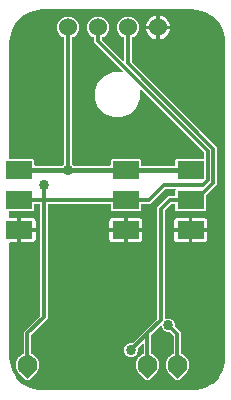
<source format=gbr>
G04 EAGLE Gerber RS-274X export*
G75*
%MOMM*%
%FSLAX34Y34*%
%LPD*%
%INTop Copper*%
%IPPOS*%
%AMOC8*
5,1,8,0,0,1.08239X$1,22.5*%
G01*
%ADD10R,2.286000X1.524000*%
%ADD11R,0.508000X0.508000*%
%ADD12C,1.524000*%
%ADD13C,0.855600*%
%ADD14C,0.406400*%
%ADD15C,0.304800*%

G36*
X158769Y3814D02*
X158769Y3814D01*
X158800Y3812D01*
X162347Y4045D01*
X162370Y4050D01*
X162494Y4069D01*
X169348Y5905D01*
X169362Y5912D01*
X169378Y5914D01*
X169531Y5982D01*
X175676Y9529D01*
X175688Y9539D01*
X175702Y9545D01*
X175833Y9650D01*
X180850Y14667D01*
X180859Y14680D01*
X180872Y14689D01*
X180950Y14795D01*
X180955Y14801D01*
X180958Y14806D01*
X180971Y14824D01*
X184518Y20969D01*
X184524Y20984D01*
X184534Y20996D01*
X184595Y21152D01*
X186431Y28006D01*
X186433Y28029D01*
X186455Y28153D01*
X186688Y31700D01*
X186686Y31719D01*
X186689Y31750D01*
X186689Y298450D01*
X186686Y298469D01*
X186688Y298500D01*
X186455Y302047D01*
X186450Y302070D01*
X186431Y302194D01*
X184595Y309048D01*
X184588Y309062D01*
X184586Y309078D01*
X184518Y309231D01*
X180971Y315376D01*
X180961Y315388D01*
X180955Y315402D01*
X180850Y315533D01*
X175833Y320550D01*
X175820Y320559D01*
X175811Y320572D01*
X175676Y320671D01*
X169531Y324218D01*
X169516Y324224D01*
X169504Y324234D01*
X169348Y324295D01*
X162494Y326131D01*
X162471Y326133D01*
X162347Y326155D01*
X158800Y326388D01*
X158781Y326386D01*
X158750Y326389D01*
X31750Y326389D01*
X31731Y326386D01*
X31700Y326388D01*
X28153Y326155D01*
X28130Y326150D01*
X28006Y326131D01*
X21152Y324295D01*
X21138Y324288D01*
X21122Y324286D01*
X20969Y324218D01*
X14824Y320671D01*
X14812Y320661D01*
X14798Y320655D01*
X14667Y320550D01*
X9650Y315533D01*
X9641Y315520D01*
X9628Y315511D01*
X9529Y315376D01*
X5982Y309231D01*
X5976Y309217D01*
X5966Y309204D01*
X5913Y309068D01*
X5908Y309056D01*
X5907Y309052D01*
X5905Y309048D01*
X4069Y302194D01*
X4067Y302171D01*
X4045Y302047D01*
X3812Y298500D01*
X3814Y298481D01*
X3811Y298450D01*
X3811Y200406D01*
X3814Y200386D01*
X3812Y200367D01*
X3834Y200265D01*
X3850Y200163D01*
X3860Y200146D01*
X3864Y200126D01*
X3917Y200037D01*
X3966Y199946D01*
X3980Y199932D01*
X3990Y199915D01*
X4069Y199848D01*
X4144Y199776D01*
X4162Y199768D01*
X4177Y199755D01*
X4273Y199716D01*
X4367Y199673D01*
X4387Y199671D01*
X4405Y199663D01*
X4572Y199645D01*
X24000Y199645D01*
X24893Y198752D01*
X24893Y194818D01*
X24896Y194798D01*
X24894Y194779D01*
X24916Y194677D01*
X24932Y194575D01*
X24942Y194558D01*
X24946Y194538D01*
X24999Y194449D01*
X25048Y194358D01*
X25062Y194344D01*
X25072Y194327D01*
X25151Y194260D01*
X25226Y194188D01*
X25244Y194180D01*
X25259Y194167D01*
X25355Y194128D01*
X25449Y194085D01*
X25469Y194083D01*
X25487Y194075D01*
X25654Y194057D01*
X48375Y194057D01*
X48465Y194071D01*
X48556Y194079D01*
X48586Y194091D01*
X48618Y194096D01*
X48699Y194139D01*
X48782Y194175D01*
X48815Y194201D01*
X48835Y194212D01*
X48857Y194235D01*
X48913Y194280D01*
X50068Y195435D01*
X50121Y195509D01*
X50181Y195578D01*
X50193Y195608D01*
X50212Y195634D01*
X50239Y195721D01*
X50273Y195806D01*
X50277Y195847D01*
X50284Y195869D01*
X50283Y195902D01*
X50291Y195973D01*
X50291Y302006D01*
X50272Y302121D01*
X50255Y302237D01*
X50253Y302243D01*
X50252Y302249D01*
X50197Y302351D01*
X50144Y302456D01*
X50139Y302461D01*
X50136Y302466D01*
X50052Y302546D01*
X49968Y302628D01*
X49962Y302632D01*
X49958Y302635D01*
X49941Y302643D01*
X49821Y302709D01*
X48160Y303397D01*
X45587Y305970D01*
X44195Y309331D01*
X44195Y312969D01*
X45587Y316330D01*
X48160Y318903D01*
X51521Y320295D01*
X55159Y320295D01*
X58520Y318903D01*
X61093Y316330D01*
X62485Y312969D01*
X62485Y309331D01*
X61093Y305970D01*
X58520Y303397D01*
X56859Y302709D01*
X56759Y302648D01*
X56659Y302588D01*
X56655Y302583D01*
X56650Y302580D01*
X56575Y302490D01*
X56499Y302401D01*
X56497Y302395D01*
X56493Y302390D01*
X56451Y302282D01*
X56407Y302173D01*
X56406Y302165D01*
X56405Y302161D01*
X56404Y302142D01*
X56389Y302006D01*
X56389Y195973D01*
X56403Y195883D01*
X56411Y195792D01*
X56423Y195762D01*
X56428Y195730D01*
X56471Y195649D01*
X56507Y195566D01*
X56533Y195533D01*
X56544Y195513D01*
X56567Y195491D01*
X56612Y195435D01*
X57767Y194280D01*
X57841Y194227D01*
X57910Y194167D01*
X57940Y194155D01*
X57966Y194136D01*
X58053Y194109D01*
X58138Y194075D01*
X58179Y194071D01*
X58201Y194064D01*
X58234Y194065D01*
X58305Y194057D01*
X88646Y194057D01*
X88666Y194060D01*
X88685Y194058D01*
X88787Y194080D01*
X88889Y194096D01*
X88906Y194106D01*
X88926Y194110D01*
X89015Y194163D01*
X89106Y194212D01*
X89120Y194226D01*
X89137Y194236D01*
X89204Y194315D01*
X89276Y194390D01*
X89284Y194408D01*
X89297Y194423D01*
X89336Y194519D01*
X89379Y194613D01*
X89381Y194633D01*
X89389Y194651D01*
X89407Y194818D01*
X89407Y198752D01*
X90300Y199645D01*
X114424Y199645D01*
X115317Y198752D01*
X115317Y194818D01*
X115320Y194798D01*
X115318Y194779D01*
X115340Y194677D01*
X115356Y194575D01*
X115366Y194558D01*
X115370Y194538D01*
X115423Y194449D01*
X115472Y194358D01*
X115486Y194344D01*
X115496Y194327D01*
X115575Y194260D01*
X115650Y194188D01*
X115668Y194180D01*
X115683Y194167D01*
X115779Y194128D01*
X115873Y194085D01*
X115893Y194083D01*
X115911Y194075D01*
X116078Y194057D01*
X143510Y194057D01*
X143530Y194060D01*
X143549Y194058D01*
X143651Y194080D01*
X143753Y194096D01*
X143770Y194106D01*
X143790Y194110D01*
X143879Y194163D01*
X143970Y194212D01*
X143984Y194226D01*
X144001Y194236D01*
X144068Y194315D01*
X144140Y194390D01*
X144148Y194408D01*
X144161Y194423D01*
X144200Y194519D01*
X144243Y194613D01*
X144245Y194633D01*
X144253Y194651D01*
X144271Y194818D01*
X144271Y198752D01*
X145164Y199645D01*
X167894Y199645D01*
X167914Y199648D01*
X167933Y199646D01*
X168035Y199668D01*
X168137Y199684D01*
X168154Y199694D01*
X168174Y199698D01*
X168263Y199751D01*
X168354Y199800D01*
X168368Y199814D01*
X168385Y199824D01*
X168452Y199903D01*
X168524Y199978D01*
X168532Y199996D01*
X168545Y200011D01*
X168584Y200107D01*
X168627Y200201D01*
X168629Y200221D01*
X168637Y200239D01*
X168655Y200406D01*
X168655Y205064D01*
X168641Y205154D01*
X168633Y205245D01*
X168621Y205275D01*
X168616Y205307D01*
X168573Y205387D01*
X168537Y205471D01*
X168511Y205503D01*
X168500Y205524D01*
X168477Y205546D01*
X168432Y205602D01*
X115600Y258434D01*
X115542Y258476D01*
X115490Y258525D01*
X115443Y258547D01*
X115401Y258578D01*
X115332Y258599D01*
X115267Y258629D01*
X115215Y258635D01*
X115165Y258650D01*
X115094Y258648D01*
X115023Y258656D01*
X114972Y258645D01*
X114920Y258644D01*
X114852Y258619D01*
X114782Y258604D01*
X114737Y258577D01*
X114689Y258559D01*
X114633Y258514D01*
X114571Y258478D01*
X114537Y258438D01*
X114497Y258406D01*
X114458Y258345D01*
X114411Y258291D01*
X114392Y258242D01*
X114364Y258199D01*
X114346Y258129D01*
X114319Y258063D01*
X114311Y257991D01*
X114303Y257960D01*
X114305Y257937D01*
X114301Y257896D01*
X114301Y250211D01*
X111400Y243209D01*
X106041Y237850D01*
X99039Y234949D01*
X91461Y234949D01*
X84459Y237850D01*
X79100Y243209D01*
X76199Y250211D01*
X76199Y257789D01*
X79100Y264791D01*
X84459Y270150D01*
X91461Y273051D01*
X99146Y273051D01*
X99217Y273062D01*
X99288Y273064D01*
X99337Y273082D01*
X99389Y273090D01*
X99452Y273124D01*
X99519Y273149D01*
X99560Y273181D01*
X99606Y273206D01*
X99655Y273258D01*
X99711Y273302D01*
X99740Y273346D01*
X99775Y273384D01*
X99806Y273449D01*
X99844Y273509D01*
X99857Y273560D01*
X99879Y273607D01*
X99887Y273678D01*
X99904Y273748D01*
X99900Y273800D01*
X99906Y273851D01*
X99891Y273922D01*
X99885Y273993D01*
X99865Y274041D01*
X99854Y274092D01*
X99817Y274153D01*
X99789Y274219D01*
X99744Y274275D01*
X99728Y274303D01*
X99710Y274318D01*
X99684Y274350D01*
X75691Y298343D01*
X75691Y302006D01*
X75672Y302121D01*
X75655Y302237D01*
X75653Y302243D01*
X75652Y302249D01*
X75597Y302351D01*
X75544Y302456D01*
X75539Y302461D01*
X75536Y302466D01*
X75452Y302546D01*
X75368Y302628D01*
X75362Y302632D01*
X75358Y302636D01*
X75341Y302643D01*
X75221Y302709D01*
X73560Y303397D01*
X70987Y305970D01*
X69595Y309331D01*
X69595Y312969D01*
X70987Y316330D01*
X73560Y318903D01*
X76921Y320295D01*
X80559Y320295D01*
X83920Y318903D01*
X86493Y316330D01*
X87885Y312969D01*
X87885Y309331D01*
X86493Y305970D01*
X83920Y303397D01*
X82259Y302709D01*
X82159Y302647D01*
X82059Y302588D01*
X82055Y302583D01*
X82050Y302580D01*
X81975Y302489D01*
X81899Y302401D01*
X81897Y302395D01*
X81893Y302390D01*
X81851Y302281D01*
X81807Y302173D01*
X81806Y302165D01*
X81805Y302161D01*
X81804Y302142D01*
X81789Y302006D01*
X81789Y301184D01*
X81803Y301094D01*
X81811Y301003D01*
X81823Y300973D01*
X81828Y300941D01*
X81871Y300861D01*
X81907Y300777D01*
X81933Y300745D01*
X81944Y300724D01*
X81967Y300702D01*
X82012Y300646D01*
X99792Y282866D01*
X99850Y282824D01*
X99902Y282775D01*
X99949Y282753D01*
X99991Y282722D01*
X100060Y282701D01*
X100125Y282671D01*
X100177Y282665D01*
X100227Y282650D01*
X100298Y282652D01*
X100369Y282644D01*
X100420Y282655D01*
X100472Y282656D01*
X100540Y282681D01*
X100610Y282696D01*
X100655Y282723D01*
X100703Y282741D01*
X100759Y282786D01*
X100821Y282822D01*
X100855Y282862D01*
X100895Y282895D01*
X100934Y282955D01*
X100981Y283009D01*
X101000Y283058D01*
X101028Y283101D01*
X101046Y283171D01*
X101073Y283237D01*
X101081Y283309D01*
X101089Y283340D01*
X101087Y283363D01*
X101091Y283404D01*
X101091Y302006D01*
X101072Y302121D01*
X101055Y302237D01*
X101053Y302243D01*
X101052Y302249D01*
X100997Y302351D01*
X100944Y302456D01*
X100939Y302461D01*
X100936Y302466D01*
X100852Y302546D01*
X100768Y302628D01*
X100762Y302632D01*
X100758Y302636D01*
X100741Y302643D01*
X100621Y302709D01*
X98960Y303397D01*
X96387Y305970D01*
X94995Y309331D01*
X94995Y312969D01*
X96387Y316330D01*
X98960Y318903D01*
X102321Y320295D01*
X105959Y320295D01*
X109320Y318903D01*
X111893Y316330D01*
X113285Y312969D01*
X113285Y309331D01*
X111893Y305970D01*
X109320Y303397D01*
X107659Y302709D01*
X107559Y302647D01*
X107459Y302588D01*
X107455Y302583D01*
X107450Y302580D01*
X107375Y302489D01*
X107299Y302401D01*
X107297Y302395D01*
X107293Y302390D01*
X107251Y302281D01*
X107207Y302173D01*
X107206Y302165D01*
X107205Y302161D01*
X107204Y302142D01*
X107189Y302006D01*
X107189Y282250D01*
X107203Y282160D01*
X107211Y282069D01*
X107223Y282039D01*
X107228Y282007D01*
X107271Y281927D01*
X107307Y281843D01*
X107333Y281811D01*
X107344Y281790D01*
X107367Y281768D01*
X107412Y281712D01*
X179325Y209799D01*
X179325Y178461D01*
X170404Y169540D01*
X170362Y169482D01*
X170313Y169430D01*
X170305Y169412D01*
X170291Y169396D01*
X170279Y169366D01*
X170260Y169340D01*
X170239Y169270D01*
X170209Y169207D01*
X170207Y169188D01*
X170199Y169168D01*
X170195Y169127D01*
X170188Y169105D01*
X170189Y169073D01*
X170181Y169002D01*
X170181Y156848D01*
X169288Y155955D01*
X145164Y155955D01*
X144271Y156848D01*
X144271Y161290D01*
X144268Y161310D01*
X144270Y161329D01*
X144248Y161431D01*
X144232Y161533D01*
X144222Y161550D01*
X144218Y161570D01*
X144165Y161659D01*
X144116Y161750D01*
X144102Y161764D01*
X144092Y161781D01*
X144013Y161848D01*
X143938Y161920D01*
X143920Y161928D01*
X143905Y161941D01*
X143809Y161980D01*
X143715Y162023D01*
X143695Y162025D01*
X143677Y162033D01*
X143510Y162051D01*
X141278Y162051D01*
X141188Y162037D01*
X141097Y162029D01*
X141067Y162017D01*
X141035Y162012D01*
X140955Y161969D01*
X140871Y161933D01*
X140839Y161907D01*
X140818Y161896D01*
X140796Y161873D01*
X140740Y161828D01*
X135352Y156440D01*
X135299Y156366D01*
X135239Y156297D01*
X135227Y156267D01*
X135208Y156240D01*
X135181Y156153D01*
X135147Y156069D01*
X135143Y156028D01*
X135136Y156005D01*
X135137Y155973D01*
X135129Y155902D01*
X135129Y64981D01*
X135136Y64935D01*
X135134Y64890D01*
X135156Y64815D01*
X135168Y64738D01*
X135190Y64697D01*
X135203Y64653D01*
X135247Y64589D01*
X135284Y64521D01*
X135317Y64489D01*
X135343Y64451D01*
X135405Y64405D01*
X135462Y64351D01*
X135504Y64332D01*
X135540Y64304D01*
X135614Y64280D01*
X135685Y64248D01*
X135731Y64242D01*
X135774Y64228D01*
X135852Y64229D01*
X135929Y64220D01*
X135974Y64230D01*
X136020Y64231D01*
X136152Y64269D01*
X136170Y64273D01*
X136174Y64275D01*
X136181Y64277D01*
X137276Y64731D01*
X139584Y64731D01*
X141717Y63847D01*
X143349Y62215D01*
X144233Y60082D01*
X144233Y57752D01*
X144247Y57662D01*
X144255Y57571D01*
X144267Y57541D01*
X144272Y57509D01*
X144315Y57429D01*
X144351Y57345D01*
X144377Y57313D01*
X144388Y57292D01*
X144411Y57270D01*
X144456Y57214D01*
X149099Y52571D01*
X149099Y35375D01*
X149112Y35296D01*
X149115Y35216D01*
X149131Y35175D01*
X149138Y35132D01*
X149176Y35061D01*
X149205Y34987D01*
X149233Y34953D01*
X149254Y34915D01*
X149311Y34860D01*
X149363Y34798D01*
X149411Y34765D01*
X149432Y34745D01*
X149457Y34733D01*
X149501Y34703D01*
X149779Y34555D01*
X149802Y34547D01*
X149917Y34498D01*
X150584Y34295D01*
X150587Y34291D01*
X150592Y34288D01*
X150596Y34283D01*
X150692Y34218D01*
X150788Y34151D01*
X150794Y34149D01*
X150799Y34146D01*
X150913Y34114D01*
X150950Y34103D01*
X151502Y33650D01*
X151523Y33638D01*
X151560Y33613D01*
X151563Y33610D01*
X151566Y33609D01*
X151626Y33567D01*
X152241Y33239D01*
X152243Y33235D01*
X152247Y33230D01*
X152250Y33225D01*
X152332Y33142D01*
X152413Y33057D01*
X152419Y33054D01*
X152423Y33050D01*
X152528Y32997D01*
X152562Y32979D01*
X153015Y32427D01*
X153033Y32412D01*
X153121Y32322D01*
X153659Y31880D01*
X153661Y31875D01*
X153664Y31870D01*
X153666Y31864D01*
X153730Y31767D01*
X153793Y31668D01*
X153798Y31664D01*
X153801Y31659D01*
X153893Y31587D01*
X153924Y31562D01*
X154261Y30933D01*
X154276Y30914D01*
X154344Y30809D01*
X154786Y30270D01*
X154786Y30265D01*
X154788Y30259D01*
X154789Y30253D01*
X154833Y30145D01*
X154876Y30036D01*
X154880Y30031D01*
X154882Y30026D01*
X154958Y29938D01*
X154984Y29907D01*
X155191Y29224D01*
X155202Y29202D01*
X155248Y29086D01*
X155577Y28471D01*
X155576Y28466D01*
X155577Y28460D01*
X155576Y28454D01*
X155598Y28340D01*
X155619Y28224D01*
X155622Y28219D01*
X155623Y28213D01*
X155681Y28111D01*
X155700Y28077D01*
X155770Y27366D01*
X155776Y27343D01*
X155799Y27220D01*
X156001Y26553D01*
X156000Y26548D01*
X156000Y26542D01*
X155998Y26536D01*
X155997Y26420D01*
X155995Y26302D01*
X155997Y26296D01*
X155997Y26290D01*
X156033Y26179D01*
X156045Y26142D01*
X155975Y25431D01*
X155977Y25407D01*
X155975Y25282D01*
X156043Y24588D01*
X156041Y24584D01*
X156040Y24578D01*
X156037Y24573D01*
X156013Y24458D01*
X155988Y24344D01*
X155989Y24338D01*
X155988Y24332D01*
X156002Y24215D01*
X156006Y24177D01*
X155799Y23493D01*
X155796Y23470D01*
X155770Y23347D01*
X155702Y22654D01*
X155698Y22650D01*
X155696Y22645D01*
X155692Y22640D01*
X155646Y22531D01*
X155600Y22425D01*
X155599Y22419D01*
X155597Y22413D01*
X155588Y22296D01*
X155585Y22257D01*
X155248Y21627D01*
X155241Y21605D01*
X155191Y21489D01*
X154989Y20823D01*
X154985Y20820D01*
X154981Y20815D01*
X154977Y20811D01*
X154912Y20715D01*
X154844Y20618D01*
X154842Y20612D01*
X154839Y20607D01*
X154808Y20494D01*
X154797Y20456D01*
X154344Y19904D01*
X154332Y19884D01*
X154261Y19780D01*
X153942Y19183D01*
X153891Y19161D01*
X153871Y19145D01*
X153857Y19138D01*
X153834Y19115D01*
X153760Y19056D01*
X153161Y18457D01*
X153146Y18436D01*
X153111Y18402D01*
X152580Y17755D01*
X152577Y17754D01*
X152510Y17736D01*
X152465Y17706D01*
X152415Y17685D01*
X152330Y17617D01*
X152305Y17600D01*
X152298Y17591D01*
X152284Y17580D01*
X148560Y13856D01*
X146997Y12293D01*
X145103Y12293D01*
X139816Y17580D01*
X139772Y17612D01*
X139734Y17651D01*
X139673Y17683D01*
X139616Y17724D01*
X139565Y17740D01*
X139516Y17765D01*
X139511Y17766D01*
X138989Y18402D01*
X138969Y18419D01*
X138939Y18457D01*
X138340Y19056D01*
X138257Y19116D01*
X138177Y19181D01*
X138155Y19190D01*
X137839Y19780D01*
X137824Y19799D01*
X137756Y19904D01*
X137314Y20443D01*
X137314Y20448D01*
X137312Y20454D01*
X137311Y20460D01*
X137267Y20568D01*
X137224Y20677D01*
X137220Y20682D01*
X137218Y20687D01*
X137142Y20776D01*
X137116Y20806D01*
X136909Y21489D01*
X136898Y21511D01*
X136852Y21627D01*
X136523Y22242D01*
X136524Y22246D01*
X136523Y22253D01*
X136524Y22259D01*
X136501Y22373D01*
X136481Y22489D01*
X136478Y22494D01*
X136477Y22500D01*
X136419Y22602D01*
X136400Y22636D01*
X136330Y23347D01*
X136324Y23370D01*
X136301Y23493D01*
X136099Y24160D01*
X136100Y24165D01*
X136101Y24171D01*
X136102Y24177D01*
X136103Y24294D01*
X136105Y24411D01*
X136104Y24416D01*
X136104Y24423D01*
X136067Y24534D01*
X136055Y24571D01*
X136125Y25282D01*
X136123Y25306D01*
X136125Y25431D01*
X136057Y26124D01*
X136059Y26129D01*
X136060Y26135D01*
X136063Y26140D01*
X136087Y26254D01*
X136112Y26369D01*
X136111Y26375D01*
X136112Y26381D01*
X136098Y26497D01*
X136094Y26536D01*
X136301Y27220D01*
X136304Y27243D01*
X136330Y27366D01*
X136398Y28059D01*
X136402Y28063D01*
X136404Y28069D01*
X136408Y28073D01*
X136454Y28182D01*
X136500Y28288D01*
X136501Y28294D01*
X136503Y28300D01*
X136512Y28416D01*
X136515Y28456D01*
X136852Y29086D01*
X136859Y29108D01*
X136909Y29224D01*
X137111Y29890D01*
X137115Y29893D01*
X137119Y29898D01*
X137123Y29902D01*
X137189Y29999D01*
X137256Y30095D01*
X137258Y30101D01*
X137261Y30106D01*
X137292Y30218D01*
X137303Y30257D01*
X137756Y30809D01*
X137768Y30829D01*
X137839Y30933D01*
X138167Y31547D01*
X138172Y31549D01*
X138176Y31553D01*
X138182Y31556D01*
X138265Y31638D01*
X138349Y31720D01*
X138352Y31725D01*
X138356Y31729D01*
X138409Y31834D01*
X138427Y31869D01*
X138979Y32322D01*
X138995Y32340D01*
X139085Y32427D01*
X139527Y32966D01*
X139531Y32967D01*
X139537Y32970D01*
X139542Y32972D01*
X139639Y33036D01*
X139739Y33100D01*
X139742Y33104D01*
X139748Y33108D01*
X139819Y33200D01*
X139844Y33231D01*
X140474Y33567D01*
X140493Y33582D01*
X140598Y33650D01*
X141137Y34092D01*
X141141Y34093D01*
X141147Y34095D01*
X141153Y34095D01*
X141261Y34140D01*
X141370Y34182D01*
X141375Y34186D01*
X141381Y34188D01*
X141469Y34264D01*
X141500Y34290D01*
X142183Y34498D01*
X142204Y34508D01*
X142321Y34555D01*
X142599Y34703D01*
X142662Y34752D01*
X142731Y34793D01*
X142759Y34826D01*
X142794Y34853D01*
X142839Y34919D01*
X142891Y34980D01*
X142907Y35021D01*
X142932Y35057D01*
X142953Y35134D01*
X142983Y35208D01*
X142989Y35266D01*
X142997Y35294D01*
X142995Y35322D01*
X143001Y35375D01*
X143001Y49730D01*
X142987Y49820D01*
X142979Y49911D01*
X142967Y49941D01*
X142962Y49973D01*
X142919Y50053D01*
X142883Y50137D01*
X142857Y50169D01*
X142846Y50190D01*
X142823Y50212D01*
X142778Y50268D01*
X140144Y52902D01*
X140070Y52955D01*
X140001Y53015D01*
X139971Y53027D01*
X139944Y53046D01*
X139857Y53073D01*
X139773Y53107D01*
X139732Y53111D01*
X139709Y53118D01*
X139677Y53117D01*
X139606Y53125D01*
X137276Y53125D01*
X135143Y54009D01*
X133511Y55641D01*
X132627Y57774D01*
X132627Y57898D01*
X132616Y57969D01*
X132614Y58040D01*
X132596Y58089D01*
X132588Y58141D01*
X132554Y58204D01*
X132529Y58271D01*
X132497Y58312D01*
X132472Y58358D01*
X132420Y58407D01*
X132376Y58463D01*
X132332Y58492D01*
X132294Y58527D01*
X132229Y58558D01*
X132169Y58596D01*
X132118Y58609D01*
X132071Y58631D01*
X132000Y58639D01*
X131930Y58656D01*
X131878Y58652D01*
X131827Y58658D01*
X131756Y58643D01*
X131685Y58637D01*
X131637Y58617D01*
X131586Y58606D01*
X131525Y58569D01*
X131459Y58541D01*
X131403Y58496D01*
X131375Y58480D01*
X131360Y58462D01*
X131328Y58436D01*
X123922Y51030D01*
X123869Y50956D01*
X123809Y50887D01*
X123797Y50857D01*
X123778Y50830D01*
X123751Y50743D01*
X123717Y50659D01*
X123713Y50618D01*
X123706Y50595D01*
X123707Y50563D01*
X123699Y50492D01*
X123699Y35375D01*
X123712Y35296D01*
X123715Y35216D01*
X123731Y35175D01*
X123738Y35132D01*
X123776Y35061D01*
X123805Y34987D01*
X123833Y34953D01*
X123854Y34915D01*
X123911Y34860D01*
X123963Y34798D01*
X124011Y34765D01*
X124032Y34745D01*
X124057Y34733D01*
X124101Y34703D01*
X124379Y34555D01*
X124402Y34547D01*
X124517Y34498D01*
X125184Y34295D01*
X125187Y34291D01*
X125192Y34288D01*
X125196Y34283D01*
X125292Y34218D01*
X125388Y34151D01*
X125394Y34149D01*
X125399Y34146D01*
X125513Y34114D01*
X125550Y34103D01*
X126102Y33650D01*
X126123Y33638D01*
X126160Y33613D01*
X126163Y33610D01*
X126166Y33609D01*
X126226Y33567D01*
X126841Y33239D01*
X126843Y33235D01*
X126847Y33230D01*
X126850Y33225D01*
X126932Y33141D01*
X127013Y33057D01*
X127019Y33054D01*
X127023Y33050D01*
X127127Y32998D01*
X127162Y32979D01*
X127615Y32427D01*
X127633Y32412D01*
X127721Y32322D01*
X128259Y31880D01*
X128261Y31875D01*
X128264Y31870D01*
X128266Y31864D01*
X128330Y31767D01*
X128393Y31668D01*
X128398Y31664D01*
X128401Y31659D01*
X128493Y31587D01*
X128524Y31562D01*
X128861Y30933D01*
X128876Y30914D01*
X128944Y30809D01*
X129386Y30270D01*
X129386Y30265D01*
X129388Y30259D01*
X129389Y30253D01*
X129433Y30145D01*
X129476Y30036D01*
X129480Y30031D01*
X129482Y30026D01*
X129558Y29938D01*
X129584Y29907D01*
X129791Y29224D01*
X129802Y29202D01*
X129848Y29086D01*
X130177Y28471D01*
X130176Y28467D01*
X130177Y28460D01*
X130176Y28454D01*
X130198Y28340D01*
X130219Y28224D01*
X130222Y28219D01*
X130223Y28213D01*
X130281Y28112D01*
X130300Y28077D01*
X130370Y27366D01*
X130376Y27343D01*
X130399Y27220D01*
X130601Y26553D01*
X130600Y26548D01*
X130600Y26542D01*
X130598Y26536D01*
X130597Y26420D01*
X130595Y26302D01*
X130597Y26296D01*
X130597Y26290D01*
X130633Y26179D01*
X130645Y26142D01*
X130575Y25431D01*
X130577Y25407D01*
X130575Y25282D01*
X130643Y24588D01*
X130641Y24584D01*
X130640Y24578D01*
X130637Y24573D01*
X130613Y24458D01*
X130588Y24344D01*
X130589Y24338D01*
X130588Y24332D01*
X130602Y24215D01*
X130606Y24177D01*
X130399Y23493D01*
X130396Y23470D01*
X130370Y23347D01*
X130302Y22654D01*
X130298Y22650D01*
X130296Y22645D01*
X130292Y22640D01*
X130246Y22531D01*
X130200Y22425D01*
X130199Y22419D01*
X130197Y22413D01*
X130188Y22296D01*
X130185Y22257D01*
X129848Y21627D01*
X129841Y21605D01*
X129791Y21489D01*
X129589Y20823D01*
X129585Y20820D01*
X129581Y20815D01*
X129577Y20811D01*
X129512Y20715D01*
X129444Y20618D01*
X129442Y20612D01*
X129439Y20607D01*
X129408Y20494D01*
X129397Y20456D01*
X128944Y19904D01*
X128932Y19884D01*
X128861Y19780D01*
X128542Y19183D01*
X128491Y19161D01*
X128471Y19145D01*
X128457Y19138D01*
X128434Y19115D01*
X128360Y19056D01*
X127761Y18457D01*
X127746Y18436D01*
X127711Y18402D01*
X127180Y17755D01*
X127177Y17754D01*
X127110Y17736D01*
X127065Y17706D01*
X127015Y17685D01*
X126930Y17617D01*
X126905Y17600D01*
X126898Y17591D01*
X126884Y17580D01*
X123160Y13856D01*
X122022Y12718D01*
X121597Y12293D01*
X119703Y12293D01*
X114416Y17580D01*
X114372Y17612D01*
X114334Y17651D01*
X114273Y17683D01*
X114216Y17724D01*
X114165Y17740D01*
X114116Y17765D01*
X114111Y17766D01*
X113589Y18402D01*
X113569Y18419D01*
X113539Y18457D01*
X112940Y19056D01*
X112857Y19116D01*
X112777Y19181D01*
X112755Y19190D01*
X112439Y19780D01*
X112424Y19799D01*
X112356Y19904D01*
X111914Y20443D01*
X111914Y20448D01*
X111912Y20454D01*
X111911Y20460D01*
X111867Y20568D01*
X111824Y20677D01*
X111820Y20682D01*
X111818Y20687D01*
X111742Y20776D01*
X111716Y20806D01*
X111509Y21489D01*
X111498Y21511D01*
X111452Y21627D01*
X111123Y22242D01*
X111124Y22246D01*
X111123Y22253D01*
X111124Y22259D01*
X111101Y22373D01*
X111081Y22489D01*
X111078Y22494D01*
X111077Y22500D01*
X111019Y22602D01*
X111000Y22636D01*
X110930Y23347D01*
X110924Y23370D01*
X110901Y23493D01*
X110699Y24160D01*
X110700Y24165D01*
X110701Y24171D01*
X110702Y24177D01*
X110703Y24294D01*
X110705Y24411D01*
X110704Y24416D01*
X110704Y24423D01*
X110667Y24534D01*
X110655Y24571D01*
X110725Y25282D01*
X110723Y25306D01*
X110725Y25431D01*
X110657Y26124D01*
X110659Y26129D01*
X110660Y26135D01*
X110663Y26140D01*
X110687Y26254D01*
X110712Y26369D01*
X110711Y26375D01*
X110712Y26381D01*
X110698Y26497D01*
X110694Y26536D01*
X110901Y27220D01*
X110904Y27243D01*
X110930Y27366D01*
X110998Y28059D01*
X111002Y28063D01*
X111004Y28069D01*
X111008Y28073D01*
X111054Y28182D01*
X111100Y28288D01*
X111101Y28294D01*
X111103Y28300D01*
X111112Y28416D01*
X111115Y28456D01*
X111452Y29086D01*
X111459Y29108D01*
X111509Y29224D01*
X111711Y29890D01*
X111715Y29893D01*
X111719Y29898D01*
X111723Y29902D01*
X111789Y29999D01*
X111856Y30095D01*
X111858Y30101D01*
X111861Y30106D01*
X111892Y30218D01*
X111903Y30257D01*
X112356Y30809D01*
X112368Y30829D01*
X112439Y30933D01*
X112767Y31547D01*
X112772Y31549D01*
X112776Y31553D01*
X112782Y31556D01*
X112865Y31638D01*
X112949Y31720D01*
X112952Y31725D01*
X112956Y31729D01*
X113009Y31834D01*
X113027Y31869D01*
X113579Y32322D01*
X113595Y32340D01*
X113685Y32427D01*
X114127Y32966D01*
X114131Y32967D01*
X114137Y32970D01*
X114142Y32972D01*
X114239Y33036D01*
X114339Y33100D01*
X114342Y33104D01*
X114348Y33108D01*
X114419Y33200D01*
X114444Y33231D01*
X115074Y33567D01*
X115093Y33582D01*
X115198Y33650D01*
X115737Y34092D01*
X115741Y34093D01*
X115747Y34095D01*
X115753Y34095D01*
X115861Y34140D01*
X115970Y34182D01*
X115975Y34186D01*
X115981Y34188D01*
X116069Y34264D01*
X116100Y34290D01*
X116783Y34498D01*
X116804Y34508D01*
X116921Y34555D01*
X117199Y34703D01*
X117262Y34752D01*
X117331Y34793D01*
X117359Y34826D01*
X117394Y34853D01*
X117439Y34919D01*
X117491Y34980D01*
X117507Y35021D01*
X117532Y35057D01*
X117553Y35134D01*
X117583Y35208D01*
X117589Y35266D01*
X117597Y35294D01*
X117595Y35322D01*
X117601Y35375D01*
X117601Y42872D01*
X117590Y42943D01*
X117588Y43014D01*
X117570Y43063D01*
X117562Y43115D01*
X117528Y43178D01*
X117503Y43245D01*
X117471Y43286D01*
X117446Y43332D01*
X117395Y43381D01*
X117350Y43437D01*
X117306Y43466D01*
X117268Y43501D01*
X117203Y43532D01*
X117143Y43570D01*
X117092Y43583D01*
X117045Y43605D01*
X116974Y43613D01*
X116904Y43630D01*
X116852Y43626D01*
X116801Y43632D01*
X116730Y43617D01*
X116659Y43611D01*
X116611Y43591D01*
X116560Y43580D01*
X116499Y43543D01*
X116433Y43515D01*
X116377Y43470D01*
X116349Y43454D01*
X116334Y43436D01*
X116302Y43410D01*
X112706Y39814D01*
X112653Y39740D01*
X112593Y39671D01*
X112581Y39641D01*
X112562Y39614D01*
X112535Y39527D01*
X112501Y39443D01*
X112497Y39402D01*
X112490Y39379D01*
X112491Y39347D01*
X112483Y39276D01*
X112483Y36946D01*
X111599Y34813D01*
X109967Y33181D01*
X107834Y32297D01*
X105526Y32297D01*
X103393Y33181D01*
X101761Y34813D01*
X100877Y36946D01*
X100877Y39254D01*
X101761Y41387D01*
X103393Y43019D01*
X105526Y43903D01*
X107856Y43903D01*
X107946Y43917D01*
X108037Y43925D01*
X108067Y43937D01*
X108099Y43942D01*
X108179Y43985D01*
X108263Y44021D01*
X108295Y44047D01*
X108316Y44058D01*
X108338Y44081D01*
X108394Y44126D01*
X119610Y55342D01*
X128808Y64540D01*
X128861Y64614D01*
X128921Y64683D01*
X128933Y64713D01*
X128952Y64740D01*
X128979Y64827D01*
X129013Y64911D01*
X129017Y64952D01*
X129024Y64975D01*
X129023Y65007D01*
X129031Y65078D01*
X129031Y158743D01*
X138437Y168149D01*
X143510Y168149D01*
X143530Y168152D01*
X143549Y168150D01*
X143651Y168172D01*
X143753Y168188D01*
X143770Y168198D01*
X143790Y168202D01*
X143879Y168255D01*
X143970Y168304D01*
X143984Y168318D01*
X144001Y168328D01*
X144068Y168407D01*
X144140Y168482D01*
X144148Y168500D01*
X144161Y168515D01*
X144200Y168611D01*
X144243Y168705D01*
X144245Y168725D01*
X144253Y168743D01*
X144271Y168910D01*
X144271Y173352D01*
X144371Y173452D01*
X144413Y173510D01*
X144463Y173562D01*
X144485Y173609D01*
X144515Y173651D01*
X144536Y173720D01*
X144566Y173785D01*
X144572Y173837D01*
X144587Y173887D01*
X144585Y173958D01*
X144593Y174029D01*
X144582Y174080D01*
X144581Y174132D01*
X144556Y174200D01*
X144541Y174270D01*
X144514Y174315D01*
X144497Y174363D01*
X144452Y174419D01*
X144415Y174481D01*
X144375Y174515D01*
X144343Y174555D01*
X144283Y174594D01*
X144228Y174641D01*
X144180Y174660D01*
X144136Y174688D01*
X144067Y174706D01*
X144000Y174733D01*
X143929Y174741D01*
X143897Y174749D01*
X143874Y174747D01*
X143833Y174751D01*
X136198Y174751D01*
X136108Y174737D01*
X136017Y174729D01*
X135987Y174717D01*
X135955Y174712D01*
X135875Y174669D01*
X135791Y174633D01*
X135759Y174607D01*
X135738Y174596D01*
X135716Y174573D01*
X135660Y174528D01*
X123183Y162051D01*
X116078Y162051D01*
X116058Y162048D01*
X116039Y162050D01*
X115937Y162028D01*
X115835Y162012D01*
X115818Y162002D01*
X115798Y161998D01*
X115709Y161945D01*
X115618Y161896D01*
X115604Y161882D01*
X115587Y161872D01*
X115520Y161793D01*
X115448Y161718D01*
X115440Y161700D01*
X115427Y161685D01*
X115388Y161589D01*
X115345Y161495D01*
X115343Y161475D01*
X115335Y161457D01*
X115317Y161290D01*
X115317Y156848D01*
X114424Y155955D01*
X90300Y155955D01*
X89407Y156848D01*
X89407Y161290D01*
X89404Y161310D01*
X89406Y161329D01*
X89384Y161431D01*
X89368Y161533D01*
X89358Y161550D01*
X89354Y161570D01*
X89301Y161659D01*
X89252Y161750D01*
X89238Y161764D01*
X89228Y161781D01*
X89149Y161848D01*
X89074Y161920D01*
X89056Y161928D01*
X89041Y161941D01*
X88945Y161980D01*
X88851Y162023D01*
X88831Y162025D01*
X88813Y162033D01*
X88646Y162051D01*
X36830Y162051D01*
X36810Y162048D01*
X36791Y162050D01*
X36689Y162028D01*
X36587Y162012D01*
X36570Y162002D01*
X36550Y161998D01*
X36461Y161945D01*
X36370Y161896D01*
X36356Y161882D01*
X36339Y161872D01*
X36272Y161793D01*
X36200Y161718D01*
X36192Y161700D01*
X36179Y161685D01*
X36140Y161589D01*
X36097Y161495D01*
X36095Y161475D01*
X36087Y161457D01*
X36069Y161290D01*
X36069Y64777D01*
X22322Y51030D01*
X22269Y50956D01*
X22209Y50887D01*
X22197Y50857D01*
X22178Y50830D01*
X22151Y50743D01*
X22117Y50659D01*
X22113Y50618D01*
X22106Y50595D01*
X22107Y50563D01*
X22099Y50492D01*
X22099Y35375D01*
X22112Y35296D01*
X22115Y35216D01*
X22131Y35175D01*
X22138Y35132D01*
X22176Y35061D01*
X22205Y34987D01*
X22233Y34953D01*
X22254Y34915D01*
X22311Y34860D01*
X22363Y34798D01*
X22411Y34765D01*
X22432Y34745D01*
X22457Y34733D01*
X22501Y34703D01*
X22779Y34555D01*
X22802Y34547D01*
X22917Y34498D01*
X23584Y34295D01*
X23587Y34291D01*
X23592Y34288D01*
X23596Y34283D01*
X23692Y34218D01*
X23788Y34151D01*
X23794Y34149D01*
X23799Y34146D01*
X23913Y34114D01*
X23950Y34103D01*
X24502Y33650D01*
X24523Y33638D01*
X24560Y33613D01*
X24563Y33610D01*
X24566Y33609D01*
X24626Y33567D01*
X25241Y33239D01*
X25243Y33235D01*
X25247Y33230D01*
X25250Y33225D01*
X25332Y33141D01*
X25413Y33057D01*
X25419Y33054D01*
X25423Y33050D01*
X25527Y32998D01*
X25562Y32979D01*
X26015Y32427D01*
X26033Y32412D01*
X26121Y32322D01*
X26659Y31880D01*
X26661Y31875D01*
X26664Y31870D01*
X26666Y31864D01*
X26730Y31767D01*
X26793Y31668D01*
X26798Y31664D01*
X26801Y31659D01*
X26893Y31587D01*
X26924Y31562D01*
X27261Y30933D01*
X27276Y30914D01*
X27344Y30809D01*
X27786Y30270D01*
X27786Y30265D01*
X27788Y30259D01*
X27789Y30253D01*
X27833Y30145D01*
X27876Y30036D01*
X27880Y30031D01*
X27882Y30026D01*
X27958Y29938D01*
X27984Y29907D01*
X28191Y29224D01*
X28202Y29202D01*
X28248Y29086D01*
X28577Y28471D01*
X28576Y28467D01*
X28577Y28460D01*
X28576Y28454D01*
X28598Y28340D01*
X28619Y28224D01*
X28622Y28219D01*
X28623Y28213D01*
X28681Y28112D01*
X28700Y28077D01*
X28770Y27366D01*
X28776Y27343D01*
X28799Y27220D01*
X29001Y26553D01*
X29000Y26548D01*
X29000Y26542D01*
X28998Y26536D01*
X28997Y26420D01*
X28995Y26302D01*
X28997Y26296D01*
X28997Y26290D01*
X29033Y26179D01*
X29045Y26142D01*
X28975Y25431D01*
X28977Y25407D01*
X28975Y25282D01*
X29043Y24588D01*
X29041Y24584D01*
X29040Y24578D01*
X29037Y24573D01*
X29013Y24458D01*
X28988Y24344D01*
X28989Y24338D01*
X28988Y24332D01*
X29002Y24215D01*
X29006Y24177D01*
X28799Y23493D01*
X28796Y23470D01*
X28770Y23347D01*
X28702Y22654D01*
X28698Y22650D01*
X28696Y22644D01*
X28692Y22640D01*
X28646Y22531D01*
X28600Y22425D01*
X28599Y22419D01*
X28597Y22413D01*
X28588Y22297D01*
X28585Y22257D01*
X28248Y21627D01*
X28241Y21605D01*
X28191Y21489D01*
X27989Y20823D01*
X27985Y20820D01*
X27981Y20815D01*
X27977Y20811D01*
X27912Y20715D01*
X27844Y20618D01*
X27842Y20612D01*
X27839Y20607D01*
X27808Y20494D01*
X27797Y20456D01*
X27344Y19904D01*
X27332Y19884D01*
X27261Y19780D01*
X26942Y19183D01*
X26891Y19161D01*
X26871Y19145D01*
X26857Y19138D01*
X26834Y19115D01*
X26760Y19056D01*
X26161Y18457D01*
X26146Y18436D01*
X26111Y18402D01*
X25580Y17755D01*
X25577Y17754D01*
X25510Y17736D01*
X25465Y17706D01*
X25415Y17685D01*
X25330Y17617D01*
X25305Y17600D01*
X25298Y17591D01*
X25284Y17580D01*
X21560Y13856D01*
X20422Y12718D01*
X19997Y12293D01*
X18103Y12293D01*
X12816Y17580D01*
X12772Y17612D01*
X12734Y17651D01*
X12673Y17683D01*
X12616Y17724D01*
X12565Y17740D01*
X12516Y17765D01*
X12511Y17766D01*
X11989Y18402D01*
X11969Y18419D01*
X11939Y18457D01*
X11340Y19056D01*
X11257Y19116D01*
X11177Y19181D01*
X11155Y19190D01*
X10839Y19780D01*
X10824Y19799D01*
X10756Y19904D01*
X10314Y20443D01*
X10314Y20448D01*
X10312Y20454D01*
X10311Y20460D01*
X10267Y20568D01*
X10224Y20677D01*
X10220Y20682D01*
X10218Y20687D01*
X10142Y20776D01*
X10116Y20806D01*
X9909Y21489D01*
X9898Y21511D01*
X9852Y21627D01*
X9523Y22242D01*
X9524Y22246D01*
X9523Y22253D01*
X9524Y22259D01*
X9501Y22373D01*
X9481Y22489D01*
X9478Y22494D01*
X9477Y22500D01*
X9419Y22602D01*
X9400Y22636D01*
X9330Y23347D01*
X9324Y23370D01*
X9301Y23493D01*
X9099Y24160D01*
X9100Y24165D01*
X9101Y24171D01*
X9102Y24177D01*
X9103Y24294D01*
X9105Y24411D01*
X9104Y24416D01*
X9104Y24423D01*
X9067Y24534D01*
X9055Y24571D01*
X9125Y25282D01*
X9123Y25306D01*
X9125Y25431D01*
X9057Y26124D01*
X9059Y26129D01*
X9060Y26135D01*
X9063Y26140D01*
X9087Y26254D01*
X9112Y26369D01*
X9111Y26375D01*
X9112Y26381D01*
X9098Y26497D01*
X9094Y26536D01*
X9301Y27220D01*
X9304Y27243D01*
X9330Y27366D01*
X9398Y28059D01*
X9402Y28063D01*
X9404Y28069D01*
X9408Y28073D01*
X9454Y28182D01*
X9500Y28288D01*
X9501Y28294D01*
X9503Y28300D01*
X9512Y28416D01*
X9515Y28456D01*
X9852Y29086D01*
X9859Y29108D01*
X9909Y29224D01*
X10111Y29890D01*
X10115Y29893D01*
X10119Y29898D01*
X10123Y29902D01*
X10189Y29999D01*
X10256Y30095D01*
X10258Y30101D01*
X10261Y30106D01*
X10292Y30218D01*
X10303Y30257D01*
X10756Y30809D01*
X10768Y30829D01*
X10839Y30933D01*
X11167Y31547D01*
X11172Y31549D01*
X11176Y31553D01*
X11182Y31556D01*
X11265Y31638D01*
X11349Y31720D01*
X11352Y31725D01*
X11356Y31729D01*
X11409Y31834D01*
X11427Y31869D01*
X11979Y32322D01*
X11995Y32340D01*
X12085Y32427D01*
X12527Y32966D01*
X12531Y32967D01*
X12537Y32970D01*
X12542Y32972D01*
X12639Y33036D01*
X12739Y33100D01*
X12742Y33104D01*
X12748Y33108D01*
X12819Y33200D01*
X12844Y33231D01*
X13474Y33567D01*
X13493Y33582D01*
X13598Y33650D01*
X14137Y34092D01*
X14141Y34093D01*
X14147Y34095D01*
X14153Y34095D01*
X14261Y34140D01*
X14370Y34182D01*
X14375Y34186D01*
X14381Y34188D01*
X14469Y34264D01*
X14500Y34290D01*
X15183Y34498D01*
X15204Y34508D01*
X15321Y34555D01*
X15599Y34703D01*
X15662Y34752D01*
X15731Y34793D01*
X15759Y34826D01*
X15794Y34853D01*
X15839Y34919D01*
X15891Y34980D01*
X15907Y35021D01*
X15932Y35057D01*
X15953Y35134D01*
X15983Y35208D01*
X15989Y35266D01*
X15997Y35294D01*
X15995Y35322D01*
X16001Y35375D01*
X16001Y53333D01*
X29748Y67080D01*
X29801Y67154D01*
X29861Y67223D01*
X29873Y67253D01*
X29892Y67280D01*
X29919Y67367D01*
X29953Y67451D01*
X29957Y67492D01*
X29964Y67515D01*
X29963Y67547D01*
X29971Y67618D01*
X29971Y161290D01*
X29968Y161310D01*
X29970Y161329D01*
X29948Y161431D01*
X29932Y161533D01*
X29922Y161550D01*
X29918Y161570D01*
X29865Y161659D01*
X29816Y161750D01*
X29802Y161764D01*
X29792Y161781D01*
X29713Y161848D01*
X29638Y161920D01*
X29620Y161928D01*
X29605Y161941D01*
X29509Y161980D01*
X29415Y162023D01*
X29395Y162025D01*
X29377Y162033D01*
X29210Y162051D01*
X25654Y162051D01*
X25634Y162048D01*
X25615Y162050D01*
X25513Y162028D01*
X25411Y162012D01*
X25394Y162002D01*
X25374Y161998D01*
X25285Y161945D01*
X25194Y161896D01*
X25180Y161882D01*
X25163Y161872D01*
X25096Y161793D01*
X25024Y161718D01*
X25016Y161700D01*
X25003Y161685D01*
X24964Y161589D01*
X24921Y161495D01*
X24919Y161475D01*
X24911Y161457D01*
X24893Y161290D01*
X24893Y156848D01*
X24000Y155955D01*
X4572Y155955D01*
X4552Y155952D01*
X4533Y155954D01*
X4431Y155932D01*
X4329Y155916D01*
X4312Y155906D01*
X4292Y155902D01*
X4203Y155849D01*
X4112Y155800D01*
X4098Y155786D01*
X4081Y155776D01*
X4014Y155697D01*
X3942Y155622D01*
X3934Y155604D01*
X3921Y155589D01*
X3882Y155493D01*
X3839Y155399D01*
X3837Y155379D01*
X3829Y155361D01*
X3811Y155194D01*
X3811Y150622D01*
X3814Y150602D01*
X3812Y150583D01*
X3834Y150481D01*
X3850Y150379D01*
X3860Y150362D01*
X3864Y150342D01*
X3917Y150253D01*
X3966Y150162D01*
X3980Y150148D01*
X3990Y150131D01*
X4069Y150064D01*
X4144Y149992D01*
X4162Y149984D01*
X4177Y149971D01*
X4273Y149932D01*
X4367Y149889D01*
X4387Y149887D01*
X4405Y149879D01*
X4572Y149861D01*
X10415Y149861D01*
X10415Y140462D01*
X10418Y140442D01*
X10416Y140423D01*
X10438Y140321D01*
X10455Y140219D01*
X10464Y140202D01*
X10468Y140182D01*
X10521Y140093D01*
X10570Y140002D01*
X10584Y139988D01*
X10594Y139971D01*
X10673Y139904D01*
X10748Y139833D01*
X10766Y139824D01*
X10781Y139811D01*
X10877Y139772D01*
X10971Y139729D01*
X10991Y139727D01*
X11009Y139719D01*
X11176Y139701D01*
X11939Y139701D01*
X11939Y139699D01*
X11176Y139699D01*
X11156Y139696D01*
X11137Y139698D01*
X11035Y139676D01*
X10933Y139659D01*
X10916Y139650D01*
X10896Y139646D01*
X10807Y139593D01*
X10716Y139544D01*
X10702Y139530D01*
X10685Y139520D01*
X10618Y139441D01*
X10547Y139366D01*
X10538Y139348D01*
X10525Y139333D01*
X10486Y139237D01*
X10443Y139143D01*
X10441Y139123D01*
X10433Y139105D01*
X10415Y138938D01*
X10415Y129539D01*
X4572Y129539D01*
X4552Y129536D01*
X4533Y129538D01*
X4431Y129516D01*
X4329Y129500D01*
X4312Y129490D01*
X4292Y129486D01*
X4203Y129433D01*
X4112Y129384D01*
X4098Y129370D01*
X4081Y129360D01*
X4014Y129281D01*
X3942Y129206D01*
X3934Y129188D01*
X3921Y129173D01*
X3882Y129077D01*
X3839Y128983D01*
X3837Y128963D01*
X3829Y128945D01*
X3811Y128778D01*
X3811Y31750D01*
X3814Y31732D01*
X3812Y31700D01*
X4045Y28153D01*
X4050Y28130D01*
X4069Y28006D01*
X5905Y21152D01*
X5912Y21138D01*
X5914Y21122D01*
X5950Y21041D01*
X5950Y21040D01*
X5951Y21038D01*
X5982Y20969D01*
X9529Y14824D01*
X9539Y14812D01*
X9545Y14798D01*
X9592Y14739D01*
X9593Y14738D01*
X9650Y14667D01*
X14667Y9650D01*
X14680Y9641D01*
X14689Y9628D01*
X14824Y9529D01*
X20969Y5982D01*
X20983Y5976D01*
X20996Y5966D01*
X21152Y5905D01*
X28006Y4069D01*
X28029Y4067D01*
X28153Y4045D01*
X31700Y3812D01*
X31719Y3814D01*
X31750Y3811D01*
X158750Y3811D01*
X158769Y3814D01*
G37*
G36*
X120689Y13830D02*
X120689Y13830D01*
X120792Y13832D01*
X120811Y13839D01*
X120831Y13841D01*
X120926Y13881D01*
X121023Y13917D01*
X121039Y13929D01*
X121057Y13937D01*
X121188Y14042D01*
X126576Y19430D01*
X126592Y19451D01*
X126627Y19485D01*
X127574Y20640D01*
X127586Y20661D01*
X127657Y20764D01*
X128361Y22082D01*
X128369Y22104D01*
X128418Y22219D01*
X128852Y23649D01*
X128855Y23673D01*
X128881Y23795D01*
X129028Y25282D01*
X129026Y25306D01*
X129028Y25431D01*
X128881Y26918D01*
X128875Y26941D01*
X128852Y27064D01*
X128418Y28494D01*
X128408Y28515D01*
X128397Y28543D01*
X128393Y28563D01*
X128382Y28581D01*
X128361Y28631D01*
X127657Y29949D01*
X127643Y29968D01*
X127574Y30073D01*
X126627Y31228D01*
X126609Y31243D01*
X126521Y31333D01*
X125366Y32281D01*
X125346Y32293D01*
X125242Y32364D01*
X123925Y33068D01*
X123902Y33076D01*
X123787Y33125D01*
X122358Y33559D01*
X122334Y33562D01*
X122211Y33588D01*
X120725Y33734D01*
X120701Y33733D01*
X120575Y33734D01*
X119089Y33588D01*
X119066Y33581D01*
X118942Y33559D01*
X117513Y33125D01*
X117492Y33114D01*
X117375Y33068D01*
X116058Y32364D01*
X116039Y32349D01*
X115934Y32281D01*
X114779Y31333D01*
X114763Y31315D01*
X114673Y31228D01*
X113726Y30073D01*
X113714Y30052D01*
X113643Y29949D01*
X112939Y28631D01*
X112931Y28609D01*
X112882Y28494D01*
X112448Y27064D01*
X112445Y27040D01*
X112419Y26918D01*
X112272Y25431D01*
X112274Y25407D01*
X112272Y25282D01*
X112419Y23795D01*
X112425Y23772D01*
X112448Y23649D01*
X112882Y22220D01*
X112892Y22198D01*
X112939Y22082D01*
X113643Y20764D01*
X113657Y20745D01*
X113726Y20640D01*
X114673Y19485D01*
X114693Y19468D01*
X114724Y19430D01*
X120112Y14042D01*
X120128Y14030D01*
X120140Y14015D01*
X120228Y13959D01*
X120311Y13898D01*
X120330Y13893D01*
X120347Y13882D01*
X120448Y13856D01*
X120547Y13826D01*
X120566Y13827D01*
X120586Y13822D01*
X120689Y13830D01*
G37*
G36*
X19089Y13830D02*
X19089Y13830D01*
X19192Y13832D01*
X19211Y13839D01*
X19231Y13841D01*
X19326Y13881D01*
X19423Y13917D01*
X19439Y13929D01*
X19457Y13937D01*
X19588Y14042D01*
X24976Y19430D01*
X24992Y19451D01*
X25027Y19485D01*
X25974Y20640D01*
X25986Y20661D01*
X26057Y20764D01*
X26761Y22082D01*
X26769Y22104D01*
X26818Y22219D01*
X27252Y23649D01*
X27255Y23673D01*
X27281Y23795D01*
X27428Y25282D01*
X27426Y25306D01*
X27428Y25431D01*
X27281Y26918D01*
X27275Y26941D01*
X27252Y27064D01*
X26818Y28494D01*
X26808Y28515D01*
X26797Y28543D01*
X26793Y28563D01*
X26782Y28581D01*
X26761Y28631D01*
X26057Y29949D01*
X26043Y29968D01*
X25974Y30073D01*
X25027Y31228D01*
X25009Y31243D01*
X24921Y31333D01*
X23766Y32281D01*
X23746Y32293D01*
X23642Y32364D01*
X22325Y33068D01*
X22302Y33076D01*
X22187Y33125D01*
X20758Y33559D01*
X20734Y33562D01*
X20611Y33588D01*
X19125Y33734D01*
X19101Y33733D01*
X18975Y33734D01*
X17489Y33588D01*
X17466Y33581D01*
X17342Y33559D01*
X15913Y33125D01*
X15892Y33114D01*
X15775Y33068D01*
X14458Y32364D01*
X14439Y32349D01*
X14334Y32281D01*
X13179Y31333D01*
X13163Y31315D01*
X13073Y31228D01*
X12126Y30073D01*
X12114Y30052D01*
X12043Y29949D01*
X11339Y28631D01*
X11331Y28609D01*
X11282Y28494D01*
X10848Y27064D01*
X10845Y27040D01*
X10819Y26918D01*
X10672Y25431D01*
X10674Y25407D01*
X10672Y25282D01*
X10819Y23795D01*
X10825Y23772D01*
X10848Y23649D01*
X11282Y22220D01*
X11292Y22198D01*
X11339Y22082D01*
X12043Y20764D01*
X12057Y20745D01*
X12126Y20640D01*
X13073Y19485D01*
X13093Y19468D01*
X13124Y19430D01*
X18512Y14042D01*
X18528Y14030D01*
X18540Y14015D01*
X18628Y13959D01*
X18711Y13898D01*
X18730Y13893D01*
X18747Y13882D01*
X18848Y13856D01*
X18947Y13826D01*
X18966Y13827D01*
X18986Y13822D01*
X19089Y13830D01*
G37*
G36*
X146089Y13830D02*
X146089Y13830D01*
X146192Y13832D01*
X146211Y13839D01*
X146231Y13841D01*
X146326Y13881D01*
X146423Y13917D01*
X146439Y13929D01*
X146457Y13937D01*
X146588Y14042D01*
X151976Y19430D01*
X151992Y19451D01*
X152027Y19485D01*
X152974Y20640D01*
X152986Y20661D01*
X153057Y20764D01*
X153761Y22082D01*
X153769Y22104D01*
X153818Y22219D01*
X154252Y23649D01*
X154255Y23673D01*
X154281Y23795D01*
X154428Y25282D01*
X154426Y25306D01*
X154428Y25431D01*
X154281Y26918D01*
X154275Y26941D01*
X154252Y27064D01*
X153818Y28494D01*
X153808Y28515D01*
X153797Y28543D01*
X153793Y28563D01*
X153782Y28581D01*
X153761Y28631D01*
X153057Y29949D01*
X153043Y29968D01*
X152974Y30073D01*
X152027Y31228D01*
X152009Y31243D01*
X151921Y31333D01*
X150766Y32281D01*
X150746Y32293D01*
X150642Y32364D01*
X149325Y33068D01*
X149302Y33076D01*
X149187Y33125D01*
X147758Y33559D01*
X147734Y33562D01*
X147611Y33588D01*
X146125Y33734D01*
X146101Y33733D01*
X145975Y33734D01*
X144489Y33588D01*
X144466Y33581D01*
X144342Y33559D01*
X142913Y33125D01*
X142892Y33114D01*
X142775Y33068D01*
X141458Y32364D01*
X141439Y32349D01*
X141334Y32281D01*
X140179Y31333D01*
X140163Y31315D01*
X140073Y31228D01*
X139126Y30073D01*
X139114Y30052D01*
X139043Y29949D01*
X138339Y28631D01*
X138331Y28609D01*
X138282Y28494D01*
X137848Y27064D01*
X137845Y27040D01*
X137819Y26918D01*
X137672Y25431D01*
X137674Y25407D01*
X137672Y25282D01*
X137819Y23795D01*
X137825Y23772D01*
X137848Y23649D01*
X138282Y22220D01*
X138292Y22198D01*
X138339Y22082D01*
X139043Y20764D01*
X139057Y20745D01*
X139126Y20640D01*
X140073Y19485D01*
X140093Y19468D01*
X140124Y19430D01*
X145512Y14042D01*
X145528Y14030D01*
X145540Y14015D01*
X145628Y13959D01*
X145711Y13898D01*
X145730Y13893D01*
X145747Y13882D01*
X145848Y13856D01*
X145947Y13826D01*
X145966Y13827D01*
X145986Y13822D01*
X146089Y13830D01*
G37*
%LPC*%
G36*
X103885Y141223D02*
X103885Y141223D01*
X103885Y149861D01*
X114126Y149861D01*
X114773Y149688D01*
X115352Y149353D01*
X115825Y148880D01*
X116160Y148301D01*
X116333Y147654D01*
X116333Y141223D01*
X103885Y141223D01*
G37*
%LPD*%
%LPC*%
G36*
X13461Y141223D02*
X13461Y141223D01*
X13461Y149861D01*
X23702Y149861D01*
X24349Y149688D01*
X24928Y149353D01*
X25401Y148880D01*
X25736Y148301D01*
X25909Y147654D01*
X25909Y141223D01*
X13461Y141223D01*
G37*
%LPD*%
%LPC*%
G36*
X158749Y141223D02*
X158749Y141223D01*
X158749Y149861D01*
X168990Y149861D01*
X169637Y149688D01*
X170216Y149353D01*
X170689Y148880D01*
X171024Y148301D01*
X171197Y147654D01*
X171197Y141223D01*
X158749Y141223D01*
G37*
%LPD*%
%LPC*%
G36*
X158749Y138177D02*
X158749Y138177D01*
X171197Y138177D01*
X171197Y131746D01*
X171024Y131099D01*
X170689Y130520D01*
X170216Y130047D01*
X169637Y129712D01*
X168990Y129539D01*
X158749Y129539D01*
X158749Y138177D01*
G37*
%LPD*%
%LPC*%
G36*
X103885Y138177D02*
X103885Y138177D01*
X116333Y138177D01*
X116333Y131746D01*
X116160Y131099D01*
X115825Y130520D01*
X115352Y130047D01*
X114773Y129712D01*
X114126Y129539D01*
X103885Y129539D01*
X103885Y138177D01*
G37*
%LPD*%
%LPC*%
G36*
X13461Y138177D02*
X13461Y138177D01*
X25909Y138177D01*
X25909Y131746D01*
X25736Y131099D01*
X25401Y130520D01*
X24928Y130047D01*
X24349Y129712D01*
X23702Y129539D01*
X13461Y129539D01*
X13461Y138177D01*
G37*
%LPD*%
%LPC*%
G36*
X143255Y141223D02*
X143255Y141223D01*
X143255Y147654D01*
X143428Y148301D01*
X143763Y148880D01*
X144236Y149353D01*
X144815Y149688D01*
X145462Y149861D01*
X155703Y149861D01*
X155703Y141223D01*
X143255Y141223D01*
G37*
%LPD*%
%LPC*%
G36*
X88391Y141223D02*
X88391Y141223D01*
X88391Y147654D01*
X88564Y148301D01*
X88899Y148880D01*
X89372Y149353D01*
X89951Y149688D01*
X90598Y149861D01*
X100839Y149861D01*
X100839Y141223D01*
X88391Y141223D01*
G37*
%LPD*%
%LPC*%
G36*
X145462Y129539D02*
X145462Y129539D01*
X144815Y129712D01*
X144236Y130047D01*
X143763Y130520D01*
X143428Y131099D01*
X143255Y131746D01*
X143255Y138177D01*
X155703Y138177D01*
X155703Y129539D01*
X145462Y129539D01*
G37*
%LPD*%
%LPC*%
G36*
X90598Y129539D02*
X90598Y129539D01*
X89951Y129712D01*
X89372Y130047D01*
X88899Y130520D01*
X88564Y131099D01*
X88391Y131746D01*
X88391Y138177D01*
X100839Y138177D01*
X100839Y129539D01*
X90598Y129539D01*
G37*
%LPD*%
%LPC*%
G36*
X131063Y312673D02*
X131063Y312673D01*
X131063Y321196D01*
X131919Y321061D01*
X133440Y320566D01*
X134865Y319840D01*
X136159Y318900D01*
X137290Y317769D01*
X138230Y316475D01*
X138956Y315050D01*
X139451Y313529D01*
X139586Y312673D01*
X131063Y312673D01*
G37*
%LPD*%
%LPC*%
G36*
X119494Y312673D02*
X119494Y312673D01*
X119629Y313529D01*
X120124Y315050D01*
X120850Y316475D01*
X121790Y317769D01*
X122921Y318900D01*
X124215Y319840D01*
X125640Y320566D01*
X127161Y321061D01*
X128017Y321196D01*
X128017Y312673D01*
X119494Y312673D01*
G37*
%LPD*%
%LPC*%
G36*
X131063Y309627D02*
X131063Y309627D01*
X139586Y309627D01*
X139451Y308771D01*
X138956Y307250D01*
X138230Y305825D01*
X137290Y304531D01*
X136159Y303400D01*
X134865Y302460D01*
X133440Y301734D01*
X131919Y301239D01*
X131063Y301104D01*
X131063Y309627D01*
G37*
%LPD*%
%LPC*%
G36*
X127161Y301239D02*
X127161Y301239D01*
X125640Y301734D01*
X124215Y302460D01*
X122921Y303400D01*
X121790Y304531D01*
X120850Y305825D01*
X120124Y307250D01*
X119629Y308771D01*
X119494Y309627D01*
X128017Y309627D01*
X128017Y301104D01*
X127161Y301239D01*
G37*
%LPD*%
%LPC*%
G36*
X129539Y311149D02*
X129539Y311149D01*
X129539Y311151D01*
X129541Y311151D01*
X129541Y311149D01*
X129539Y311149D01*
G37*
%LPD*%
%LPC*%
G36*
X157225Y139699D02*
X157225Y139699D01*
X157225Y139701D01*
X157227Y139701D01*
X157227Y139699D01*
X157225Y139699D01*
G37*
%LPD*%
%LPC*%
G36*
X102361Y139699D02*
X102361Y139699D01*
X102361Y139701D01*
X102363Y139701D01*
X102363Y139699D01*
X102361Y139699D01*
G37*
%LPD*%
D10*
X102362Y190500D03*
X102362Y165100D03*
X102362Y139700D03*
X11938Y190500D03*
X11938Y165100D03*
X11938Y139700D03*
D11*
X146050Y25400D03*
X171450Y25400D03*
X19050Y25400D03*
X120650Y25400D03*
D10*
X157226Y139700D03*
X157226Y165100D03*
X157226Y190500D03*
D12*
X129540Y311150D03*
X104140Y311150D03*
X78740Y311150D03*
X53340Y311150D03*
D13*
X56134Y142748D03*
X63500Y111760D03*
X143510Y114808D03*
X75184Y53594D03*
X9398Y86106D03*
X9398Y205740D03*
X170688Y41148D03*
D14*
X102362Y190500D02*
X53340Y190500D01*
X11938Y190500D01*
X102362Y190500D02*
X157226Y190500D01*
D15*
X53340Y190500D02*
X53340Y311150D01*
D13*
X53340Y190500D03*
X138430Y58928D03*
D15*
X146050Y51308D01*
X146050Y25400D01*
X33020Y165100D02*
X11938Y165100D01*
X33020Y165100D02*
X102362Y165100D01*
X167887Y177800D02*
X171704Y181618D01*
X171704Y206642D01*
X78740Y299606D02*
X78740Y311150D01*
X78740Y299606D02*
X171704Y206642D01*
X19050Y52070D02*
X19050Y25400D01*
D13*
X33020Y177800D03*
D15*
X102362Y165100D02*
X121920Y165100D01*
X134620Y177800D01*
X167887Y177800D01*
X33020Y177800D02*
X33020Y165100D01*
X33020Y66040D02*
X19050Y52070D01*
X33020Y66040D02*
X33020Y165100D01*
X139700Y165100D02*
X157226Y165100D01*
X139700Y165100D02*
X132080Y157480D01*
D13*
X106680Y38100D03*
D15*
X132080Y63500D02*
X132080Y157480D01*
X104140Y280672D02*
X104140Y311150D01*
X176276Y179724D02*
X161652Y165100D01*
X157226Y165100D01*
X176276Y208536D02*
X104140Y280672D01*
X176276Y208536D02*
X176276Y179724D01*
X120650Y52070D02*
X120650Y25400D01*
X120650Y52070D02*
X132080Y63500D01*
X120650Y52070D02*
X106680Y38100D01*
M02*

</source>
